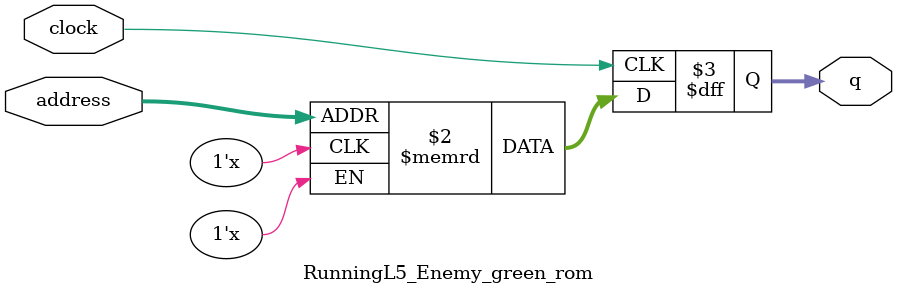
<source format=sv>
module RunningL5_Enemy_green_rom (
	input logic clock,
	input logic [11:0] address,
	output logic [2:0] q
);

logic [2:0] memory [0:2639] /* synthesis ram_init_file = "./RunningL5_Enemy_green/RunningL5_Enemy_green.mif" */;

always_ff @ (posedge clock) begin
	q <= memory[address];
end

endmodule

</source>
